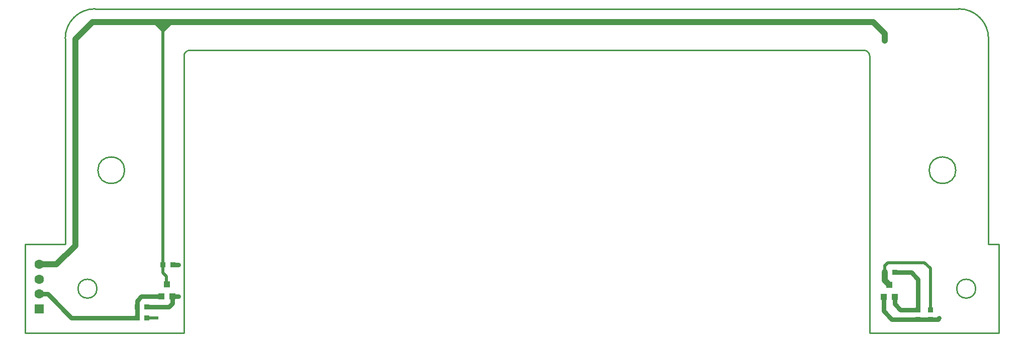
<source format=gbl>
G04*
G04 #@! TF.GenerationSoftware,Altium Limited,Altium Designer,18.1.8 (232)*
G04*
G04 Layer_Physical_Order=2*
G04 Layer_Color=16711680*
%FSLAX25Y25*%
%MOIN*%
G70*
G01*
G75*
%ADD10C,0.01000*%
%ADD14C,0.02953*%
%ADD15C,0.03000*%
%ADD16C,0.03937*%
%ADD17C,0.01968*%
%ADD18R,0.06299X0.06299*%
%ADD19C,0.06299*%
%ADD20C,0.02400*%
%ADD21R,0.04200X0.04200*%
%ADD22R,0.03800X0.03800*%
%ADD23R,0.03800X0.03800*%
G36*
X84252Y206665D02*
X91339Y199578D01*
X91732D01*
Y199578D01*
X98819Y206665D01*
X84252D01*
D02*
G37*
D10*
X617126Y108268D02*
G03*
X617126Y108268I-8858J0D01*
G01*
X560040Y184055D02*
G03*
X556103Y187992I-3937J0D01*
G01*
X109252D02*
G03*
X105315Y184055I0J-3937D01*
G01*
X46260Y215551D02*
G03*
X26575Y195866I0J-19685D01*
G01*
X638780D02*
G03*
X619095Y215551I-19685J0D01*
G01*
X630315Y29528D02*
G03*
X630315Y29528I-6299J0D01*
G01*
X65945Y108268D02*
G03*
X65945Y108268I-8858J0D01*
G01*
X47638Y29528D02*
G03*
X47638Y29528I-6299J0D01*
G01*
X560040Y0D02*
X645670D01*
X560040D02*
Y184055D01*
X109252Y187992D02*
X556103D01*
X105315Y0D02*
Y184055D01*
X0Y0D02*
X105315D01*
X0D02*
Y58875D01*
Y55174D02*
Y59055D01*
X26575D01*
Y195866D01*
X46260Y215551D02*
X619095D01*
X638780Y59055D02*
Y195866D01*
Y59055D02*
X645670D01*
Y0D02*
Y59055D01*
D14*
X574775Y9083D02*
X600180D01*
X569263Y14595D02*
Y24229D01*
Y14595D02*
X574775Y9083D01*
X569263Y24229D02*
X569713Y23779D01*
X605198Y9083D02*
X606085Y9971D01*
X600180Y9083D02*
X605198D01*
D15*
X592109Y21260D02*
Y35844D01*
X591912Y21063D02*
X592109Y21260D01*
X576607Y40371D02*
X587582D01*
X592109Y35844D01*
X580480Y15583D02*
X591912D01*
Y21063D01*
X576663Y19400D02*
Y24229D01*
Y19400D02*
X580480Y15583D01*
X30709Y10236D02*
X74309D01*
Y17323D02*
Y21553D01*
X77039Y24284D01*
X90395D01*
X101449D02*
X101575Y24409D01*
X97795Y24284D02*
X101449D01*
X97795Y19842D02*
Y24284D01*
X95276Y17323D02*
X97795Y19842D01*
X80809Y17323D02*
X95276D01*
X14944Y26001D02*
X30709Y10236D01*
X9183Y26001D02*
X14944D01*
X74309Y10236D02*
Y17323D01*
X101489Y45489D02*
X101703Y45276D01*
X97867Y45489D02*
X101489D01*
X98080Y45276D02*
X101703D01*
X97867Y45489D02*
X98080Y45276D01*
X576213Y23779D02*
X576663Y24229D01*
D16*
X570079Y194488D02*
Y199213D01*
X562385Y206907D02*
X570079Y199213D01*
X89892Y206907D02*
X562385D01*
X570107Y35086D02*
Y40371D01*
Y35086D02*
X572963Y32230D01*
X9183Y45686D02*
X20798D01*
X33199Y58088D01*
Y195489D01*
X44617Y206907D01*
X89892D01*
X90579Y206220D01*
D17*
X570107Y40371D02*
Y44882D01*
X600180Y15583D02*
Y43127D01*
X596457Y46850D02*
X600180Y43127D01*
X572075Y46850D02*
X596457D01*
X570107Y44882D02*
X572075Y46850D01*
X80809Y10236D02*
X87402D01*
X93829Y32549D02*
X94095Y32283D01*
X93829Y32549D02*
Y37741D01*
X91367Y195669D02*
Y203122D01*
Y45489D02*
Y195669D01*
Y40204D02*
X93829Y37741D01*
X91367Y40204D02*
Y45489D01*
D18*
X9183Y16159D02*
D03*
D19*
Y26001D02*
D03*
Y35844D02*
D03*
Y45686D02*
D03*
D20*
X570079Y44488D02*
D03*
Y194488D02*
D03*
X592109Y21260D02*
D03*
X87402Y10236D02*
D03*
X101575Y24409D02*
D03*
X101703Y45276D02*
D03*
X91367Y195669D02*
D03*
X606085Y9971D02*
D03*
D21*
X97795Y24284D02*
D03*
X90395D02*
D03*
X94095Y32283D02*
D03*
X576663Y24229D02*
D03*
X569263D02*
D03*
X572963Y32230D02*
D03*
D22*
X74309Y17323D02*
D03*
X80809D02*
D03*
Y10236D02*
D03*
X74309D02*
D03*
X91367Y45489D02*
D03*
X97867D02*
D03*
X576607Y40371D02*
D03*
X570107D02*
D03*
D23*
X591912Y9083D02*
D03*
Y15583D02*
D03*
X600180Y9083D02*
D03*
Y15583D02*
D03*
M02*

</source>
